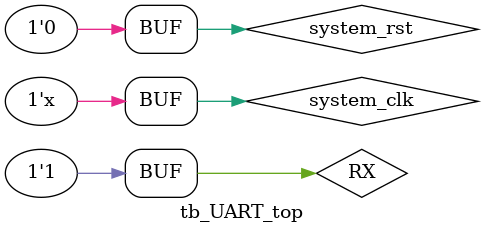
<source format=v>
`timescale 1ns / 1ps


module tb_UART_top(

    );
    reg           system_clk      ;
    reg           system_rst      ;
    reg   RX       ; 
    wire TX          ;

    
    UART_top uut(system_clk,system_rst,RX,TX);
    
    always begin
        system_clk = ~system_clk; #5;
    end
    
    initial begin
       RX=1;
        system_clk=1;
        system_rst=0;
        #20;
  RX=0; #20; RX=1; #20;  RX=0; #20;  RX=1; #20;  RX=0; #20;  RX=1; #20;  RX=0; #20;  RX=1; #20;  RX=0; #20;  RX=0; #20;  RX=1;       
  
    
    end
    
endmodule

</source>
